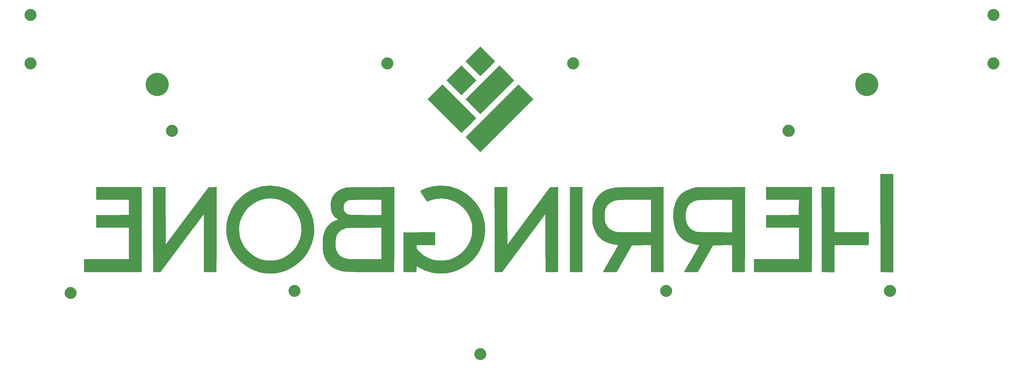
<source format=gbr>
G04 #@! TF.GenerationSoftware,KiCad,Pcbnew,(5.1.6)-1*
G04 #@! TF.CreationDate,2020-09-06T17:35:35-05:00*
G04 #@! TF.ProjectId,keyboard_bottom,6b657962-6f61-4726-945f-626f74746f6d,rev?*
G04 #@! TF.SameCoordinates,Original*
G04 #@! TF.FileFunction,Soldermask,Bot*
G04 #@! TF.FilePolarity,Negative*
%FSLAX46Y46*%
G04 Gerber Fmt 4.6, Leading zero omitted, Abs format (unit mm)*
G04 Created by KiCad (PCBNEW (5.1.6)-1) date 2020-09-06 17:35:35*
%MOMM*%
%LPD*%
G01*
G04 APERTURE LIST*
%ADD10C,0.100000*%
%ADD11C,0.010000*%
G04 APERTURE END LIST*
D10*
G36*
X195262500Y-115887500D02*
G01*
X189706250Y-121443750D01*
X177006250Y-108743750D01*
X182562500Y-103187500D01*
X195262500Y-115887500D01*
G37*
X195262500Y-115887500D02*
X189706250Y-121443750D01*
X177006250Y-108743750D01*
X182562500Y-103187500D01*
X195262500Y-115887500D01*
G36*
X216693750Y-108743750D02*
G01*
X196850000Y-128587500D01*
X191293750Y-123031250D01*
X211137500Y-103187500D01*
X216693750Y-108743750D01*
G37*
X216693750Y-108743750D02*
X196850000Y-128587500D01*
X191293750Y-123031250D01*
X211137500Y-103187500D01*
X216693750Y-108743750D01*
G36*
X209550000Y-101600000D02*
G01*
X196850000Y-114300000D01*
X191293750Y-108743750D01*
X203993750Y-96043750D01*
X209550000Y-101600000D01*
G37*
X209550000Y-101600000D02*
X196850000Y-114300000D01*
X191293750Y-108743750D01*
X203993750Y-96043750D01*
X209550000Y-101600000D01*
G36*
X195262500Y-101600000D02*
G01*
X189706250Y-107156250D01*
X184150000Y-101600000D01*
X189706250Y-96043750D01*
X195262500Y-101600000D01*
G37*
X195262500Y-101600000D02*
X189706250Y-107156250D01*
X184150000Y-101600000D01*
X189706250Y-96043750D01*
X195262500Y-101600000D01*
G36*
X202406250Y-94456250D02*
G01*
X196850000Y-100012500D01*
X191293750Y-94456250D01*
X196850000Y-88900000D01*
X202406250Y-94456250D01*
G37*
X202406250Y-94456250D02*
X196850000Y-100012500D01*
X191293750Y-94456250D01*
X196850000Y-88900000D01*
X202406250Y-94456250D01*
D11*
G36*
X52451000Y-146558000D02*
G01*
X64774769Y-146558000D01*
X64740635Y-149447250D01*
X64706500Y-152336500D01*
X58578750Y-152369469D01*
X52451000Y-152402439D01*
X52451000Y-157099000D01*
X64770000Y-157099000D01*
X64770000Y-169037000D01*
X47879000Y-169037000D01*
X47879000Y-173863000D01*
X69469000Y-173863000D01*
X69469000Y-141859000D01*
X52451000Y-141859000D01*
X52451000Y-146558000D01*
G37*
X52451000Y-146558000D02*
X64774769Y-146558000D01*
X64740635Y-149447250D01*
X64706500Y-152336500D01*
X58578750Y-152369469D01*
X52451000Y-152402439D01*
X52451000Y-157099000D01*
X64770000Y-157099000D01*
X64770000Y-169037000D01*
X47879000Y-169037000D01*
X47879000Y-173863000D01*
X69469000Y-173863000D01*
X69469000Y-141859000D01*
X52451000Y-141859000D01*
X52451000Y-146558000D01*
G36*
X96172226Y-141886719D02*
G01*
X94681451Y-141922500D01*
X86615476Y-152761067D01*
X78549500Y-163599634D01*
X78484582Y-141859000D01*
X76135301Y-141859000D01*
X73786020Y-141858999D01*
X73818260Y-157829250D01*
X73850500Y-173799500D01*
X76628727Y-173799500D01*
X84764614Y-162894090D01*
X92900500Y-151988680D01*
X92932956Y-162925840D01*
X92965411Y-173863000D01*
X95229539Y-173863000D01*
X95963490Y-173858465D01*
X96607804Y-173845877D01*
X97120181Y-173826762D01*
X97458324Y-173802643D01*
X97578334Y-173778333D01*
X97588915Y-173643137D01*
X97599115Y-173269235D01*
X97608852Y-172671920D01*
X97618046Y-171866486D01*
X97626616Y-170868226D01*
X97634481Y-169692434D01*
X97641560Y-168354403D01*
X97647772Y-166869427D01*
X97653037Y-165252799D01*
X97657273Y-163519813D01*
X97660400Y-161685762D01*
X97662336Y-159765940D01*
X97663000Y-157775641D01*
X97663000Y-141850939D01*
X96172226Y-141886719D01*
G37*
X96172226Y-141886719D02*
X94681451Y-141922500D01*
X86615476Y-152761067D01*
X78549500Y-163599634D01*
X78484582Y-141859000D01*
X76135301Y-141859000D01*
X73786020Y-141858999D01*
X73818260Y-157829250D01*
X73850500Y-173799500D01*
X76628727Y-173799500D01*
X84764614Y-162894090D01*
X92900500Y-151988680D01*
X92932956Y-162925840D01*
X92965411Y-173863000D01*
X95229539Y-173863000D01*
X95963490Y-173858465D01*
X96607804Y-173845877D01*
X97120181Y-173826762D01*
X97458324Y-173802643D01*
X97578334Y-173778333D01*
X97588915Y-173643137D01*
X97599115Y-173269235D01*
X97608852Y-172671920D01*
X97618046Y-171866486D01*
X97626616Y-170868226D01*
X97634481Y-169692434D01*
X97641560Y-168354403D01*
X97647772Y-166869427D01*
X97653037Y-165252799D01*
X97657273Y-163519813D01*
X97660400Y-161685762D01*
X97662336Y-159765940D01*
X97663000Y-157775641D01*
X97663000Y-141850939D01*
X96172226Y-141886719D01*
G36*
X155606750Y-141888737D02*
G01*
X153890849Y-141896856D01*
X152409357Y-141904600D01*
X151142685Y-141912609D01*
X150071243Y-141921519D01*
X149175444Y-141931970D01*
X148435697Y-141944598D01*
X147832414Y-141960043D01*
X147346005Y-141978941D01*
X146956883Y-142001932D01*
X146645457Y-142029652D01*
X146392138Y-142062740D01*
X146177338Y-142101834D01*
X145981468Y-142147572D01*
X145784938Y-142200592D01*
X145752572Y-142209667D01*
X144397492Y-142689473D01*
X143253484Y-143309884D01*
X142317551Y-144074793D01*
X141586696Y-144988091D01*
X141057924Y-146053669D01*
X140728238Y-147275418D01*
X140594641Y-148657230D01*
X140591206Y-148912567D01*
X140685125Y-150169009D01*
X140968193Y-151284802D01*
X141433806Y-152246404D01*
X142075362Y-153040272D01*
X142886258Y-153652864D01*
X142908710Y-153665777D01*
X143533690Y-154022718D01*
X142855095Y-154244920D01*
X141619292Y-154754965D01*
X140559726Y-155424122D01*
X139665536Y-156265011D01*
X138925864Y-157290252D01*
X138329849Y-158512466D01*
X137866634Y-159944274D01*
X137831174Y-160083500D01*
X137748273Y-160473894D01*
X137688125Y-160912220D01*
X137647875Y-161443927D01*
X137624665Y-162114464D01*
X137615638Y-162969278D01*
X137615627Y-163512500D01*
X137621143Y-164425335D01*
X137635171Y-165133135D01*
X137661631Y-165684822D01*
X137704443Y-166129320D01*
X137767529Y-166515552D01*
X137854809Y-166892441D01*
X137900014Y-167061131D01*
X138401734Y-168490525D01*
X139071626Y-169738400D01*
X139918542Y-170821057D01*
X139972685Y-170878500D01*
X140815756Y-171667116D01*
X141701188Y-172283323D01*
X142712697Y-172780735D01*
X143282810Y-172998438D01*
X143682308Y-173138224D01*
X144050398Y-173259864D01*
X144407387Y-173364752D01*
X144773585Y-173454284D01*
X145169301Y-173529854D01*
X145614844Y-173592856D01*
X146130522Y-173644687D01*
X146736644Y-173686739D01*
X147453519Y-173720409D01*
X148301457Y-173747091D01*
X149300765Y-173768179D01*
X150471753Y-173785069D01*
X151834729Y-173799155D01*
X153410003Y-173811832D01*
X155217882Y-173824495D01*
X155321000Y-173825195D01*
X156806717Y-173833939D01*
X158218029Y-173839645D01*
X159534400Y-173842393D01*
X160735292Y-173842265D01*
X161800168Y-173839340D01*
X162708492Y-173833698D01*
X163439726Y-173825421D01*
X163973334Y-173814588D01*
X164288778Y-173801280D01*
X164369750Y-173789813D01*
X164381655Y-173653162D01*
X164393129Y-173277819D01*
X164404084Y-172679091D01*
X164414428Y-171872285D01*
X164424069Y-170872709D01*
X164432918Y-169695670D01*
X164436835Y-169037000D01*
X159639000Y-169037000D01*
X153511250Y-169034794D01*
X152019462Y-169032826D01*
X150759160Y-169027675D01*
X149707843Y-169018733D01*
X148843010Y-169005391D01*
X148142160Y-168987038D01*
X147582792Y-168963065D01*
X147142406Y-168932862D01*
X146798501Y-168895820D01*
X146528575Y-168851328D01*
X146496716Y-168844748D01*
X145359964Y-168502071D01*
X144410023Y-167993157D01*
X143644300Y-167314409D01*
X143060201Y-166462227D01*
X142655132Y-165433013D01*
X142426501Y-164223168D01*
X142368878Y-163117084D01*
X142407192Y-162039355D01*
X142533595Y-161138468D01*
X142759501Y-160349113D01*
X142920564Y-159959996D01*
X143411152Y-159111587D01*
X144044444Y-158427282D01*
X144853923Y-157878130D01*
X145817755Y-157454842D01*
X146002894Y-157390385D01*
X146184283Y-157336143D01*
X146385002Y-157291072D01*
X146628131Y-157254130D01*
X146936748Y-157224272D01*
X147333934Y-157200456D01*
X147842768Y-157181640D01*
X148486330Y-157166779D01*
X149287700Y-157154830D01*
X150269958Y-157144751D01*
X151456183Y-157135499D01*
X152869454Y-157126030D01*
X153130250Y-157124348D01*
X159639000Y-157082445D01*
X159639000Y-169037000D01*
X164436835Y-169037000D01*
X164440882Y-168356476D01*
X164447870Y-166870433D01*
X164453793Y-165252850D01*
X164458558Y-163519033D01*
X164462075Y-161684290D01*
X164464253Y-159763929D01*
X164465000Y-157773257D01*
X164465000Y-152417689D01*
X159639000Y-152417689D01*
X153638250Y-152367610D01*
X152167179Y-152353843D01*
X150929938Y-152338687D01*
X149906361Y-152321434D01*
X149076281Y-152301375D01*
X148419529Y-152277802D01*
X147915938Y-152250006D01*
X147545340Y-152217280D01*
X147287567Y-152178915D01*
X147136077Y-152139231D01*
X146570545Y-151840296D01*
X146064928Y-151398054D01*
X145691434Y-150884779D01*
X145556758Y-150558500D01*
X145409027Y-149651144D01*
X145469256Y-148804036D01*
X145724765Y-148050329D01*
X146162876Y-147423176D01*
X146770909Y-146955731D01*
X146972367Y-146856892D01*
X147113131Y-146802143D01*
X147278850Y-146756223D01*
X147492624Y-146718174D01*
X147777551Y-146687038D01*
X148156729Y-146661856D01*
X148653259Y-146641670D01*
X149290237Y-146625522D01*
X150090764Y-146612453D01*
X151077937Y-146601504D01*
X152274856Y-146591718D01*
X153574750Y-146582958D01*
X159639000Y-146544417D01*
X159639000Y-152417689D01*
X164465000Y-152417689D01*
X164465000Y-141847722D01*
X155606750Y-141888737D01*
G37*
X155606750Y-141888737D02*
X153890849Y-141896856D01*
X152409357Y-141904600D01*
X151142685Y-141912609D01*
X150071243Y-141921519D01*
X149175444Y-141931970D01*
X148435697Y-141944598D01*
X147832414Y-141960043D01*
X147346005Y-141978941D01*
X146956883Y-142001932D01*
X146645457Y-142029652D01*
X146392138Y-142062740D01*
X146177338Y-142101834D01*
X145981468Y-142147572D01*
X145784938Y-142200592D01*
X145752572Y-142209667D01*
X144397492Y-142689473D01*
X143253484Y-143309884D01*
X142317551Y-144074793D01*
X141586696Y-144988091D01*
X141057924Y-146053669D01*
X140728238Y-147275418D01*
X140594641Y-148657230D01*
X140591206Y-148912567D01*
X140685125Y-150169009D01*
X140968193Y-151284802D01*
X141433806Y-152246404D01*
X142075362Y-153040272D01*
X142886258Y-153652864D01*
X142908710Y-153665777D01*
X143533690Y-154022718D01*
X142855095Y-154244920D01*
X141619292Y-154754965D01*
X140559726Y-155424122D01*
X139665536Y-156265011D01*
X138925864Y-157290252D01*
X138329849Y-158512466D01*
X137866634Y-159944274D01*
X137831174Y-160083500D01*
X137748273Y-160473894D01*
X137688125Y-160912220D01*
X137647875Y-161443927D01*
X137624665Y-162114464D01*
X137615638Y-162969278D01*
X137615627Y-163512500D01*
X137621143Y-164425335D01*
X137635171Y-165133135D01*
X137661631Y-165684822D01*
X137704443Y-166129320D01*
X137767529Y-166515552D01*
X137854809Y-166892441D01*
X137900014Y-167061131D01*
X138401734Y-168490525D01*
X139071626Y-169738400D01*
X139918542Y-170821057D01*
X139972685Y-170878500D01*
X140815756Y-171667116D01*
X141701188Y-172283323D01*
X142712697Y-172780735D01*
X143282810Y-172998438D01*
X143682308Y-173138224D01*
X144050398Y-173259864D01*
X144407387Y-173364752D01*
X144773585Y-173454284D01*
X145169301Y-173529854D01*
X145614844Y-173592856D01*
X146130522Y-173644687D01*
X146736644Y-173686739D01*
X147453519Y-173720409D01*
X148301457Y-173747091D01*
X149300765Y-173768179D01*
X150471753Y-173785069D01*
X151834729Y-173799155D01*
X153410003Y-173811832D01*
X155217882Y-173824495D01*
X155321000Y-173825195D01*
X156806717Y-173833939D01*
X158218029Y-173839645D01*
X159534400Y-173842393D01*
X160735292Y-173842265D01*
X161800168Y-173839340D01*
X162708492Y-173833698D01*
X163439726Y-173825421D01*
X163973334Y-173814588D01*
X164288778Y-173801280D01*
X164369750Y-173789813D01*
X164381655Y-173653162D01*
X164393129Y-173277819D01*
X164404084Y-172679091D01*
X164414428Y-171872285D01*
X164424069Y-170872709D01*
X164432918Y-169695670D01*
X164436835Y-169037000D01*
X159639000Y-169037000D01*
X153511250Y-169034794D01*
X152019462Y-169032826D01*
X150759160Y-169027675D01*
X149707843Y-169018733D01*
X148843010Y-169005391D01*
X148142160Y-168987038D01*
X147582792Y-168963065D01*
X147142406Y-168932862D01*
X146798501Y-168895820D01*
X146528575Y-168851328D01*
X146496716Y-168844748D01*
X145359964Y-168502071D01*
X144410023Y-167993157D01*
X143644300Y-167314409D01*
X143060201Y-166462227D01*
X142655132Y-165433013D01*
X142426501Y-164223168D01*
X142368878Y-163117084D01*
X142407192Y-162039355D01*
X142533595Y-161138468D01*
X142759501Y-160349113D01*
X142920564Y-159959996D01*
X143411152Y-159111587D01*
X144044444Y-158427282D01*
X144853923Y-157878130D01*
X145817755Y-157454842D01*
X146002894Y-157390385D01*
X146184283Y-157336143D01*
X146385002Y-157291072D01*
X146628131Y-157254130D01*
X146936748Y-157224272D01*
X147333934Y-157200456D01*
X147842768Y-157181640D01*
X148486330Y-157166779D01*
X149287700Y-157154830D01*
X150269958Y-157144751D01*
X151456183Y-157135499D01*
X152869454Y-157126030D01*
X153130250Y-157124348D01*
X159639000Y-157082445D01*
X159639000Y-169037000D01*
X164436835Y-169037000D01*
X164440882Y-168356476D01*
X164447870Y-166870433D01*
X164453793Y-165252850D01*
X164458558Y-163519033D01*
X164462075Y-161684290D01*
X164464253Y-159763929D01*
X164465000Y-157773257D01*
X164465000Y-152417689D01*
X159639000Y-152417689D01*
X153638250Y-152367610D01*
X152167179Y-152353843D01*
X150929938Y-152338687D01*
X149906361Y-152321434D01*
X149076281Y-152301375D01*
X148419529Y-152277802D01*
X147915938Y-152250006D01*
X147545340Y-152217280D01*
X147287567Y-152178915D01*
X147136077Y-152139231D01*
X146570545Y-151840296D01*
X146064928Y-151398054D01*
X145691434Y-150884779D01*
X145556758Y-150558500D01*
X145409027Y-149651144D01*
X145469256Y-148804036D01*
X145724765Y-148050329D01*
X146162876Y-147423176D01*
X146770909Y-146955731D01*
X146972367Y-146856892D01*
X147113131Y-146802143D01*
X147278850Y-146756223D01*
X147492624Y-146718174D01*
X147777551Y-146687038D01*
X148156729Y-146661856D01*
X148653259Y-146641670D01*
X149290237Y-146625522D01*
X150090764Y-146612453D01*
X151077937Y-146601504D01*
X152274856Y-146591718D01*
X153574750Y-146582958D01*
X159639000Y-146544417D01*
X159639000Y-152417689D01*
X164465000Y-152417689D01*
X164465000Y-141847722D01*
X155606750Y-141888737D01*
G36*
X202215260Y-157829250D02*
G01*
X202247500Y-173799500D01*
X205025202Y-173799500D01*
X213161351Y-162893450D01*
X221297500Y-151987401D01*
X221329956Y-162925200D01*
X221362411Y-173863000D01*
X223626539Y-173863000D01*
X224360490Y-173858465D01*
X225004804Y-173845877D01*
X225517181Y-173826762D01*
X225855324Y-173802643D01*
X225975334Y-173778333D01*
X225985916Y-173643136D01*
X225996117Y-173269235D01*
X226005855Y-172671925D01*
X226015050Y-171866501D01*
X226023621Y-170868260D01*
X226031487Y-169692496D01*
X226038566Y-168354506D01*
X226044778Y-166869583D01*
X226050042Y-165253025D01*
X226054278Y-163520127D01*
X226057403Y-161686183D01*
X226059338Y-159766489D01*
X226060000Y-157776342D01*
X226060000Y-141859000D01*
X224567750Y-141867426D01*
X223075500Y-141875853D01*
X206946500Y-163595799D01*
X206914041Y-152727399D01*
X206881582Y-141859000D01*
X204532301Y-141859000D01*
X202183020Y-141858999D01*
X202215260Y-157829250D01*
G37*
X202215260Y-157829250D02*
X202247500Y-173799500D01*
X205025202Y-173799500D01*
X213161351Y-162893450D01*
X221297500Y-151987401D01*
X221329956Y-162925200D01*
X221362411Y-173863000D01*
X223626539Y-173863000D01*
X224360490Y-173858465D01*
X225004804Y-173845877D01*
X225517181Y-173826762D01*
X225855324Y-173802643D01*
X225975334Y-173778333D01*
X225985916Y-173643136D01*
X225996117Y-173269235D01*
X226005855Y-172671925D01*
X226015050Y-171866501D01*
X226023621Y-170868260D01*
X226031487Y-169692496D01*
X226038566Y-168354506D01*
X226044778Y-166869583D01*
X226050042Y-165253025D01*
X226054278Y-163520127D01*
X226057403Y-161686183D01*
X226059338Y-159766489D01*
X226060000Y-157776342D01*
X226060000Y-141859000D01*
X224567750Y-141867426D01*
X223075500Y-141875853D01*
X206946500Y-163595799D01*
X206914041Y-152727399D01*
X206881582Y-141859000D01*
X204532301Y-141859000D01*
X202183020Y-141858999D01*
X202215260Y-157829250D01*
G36*
X230505000Y-173863000D02*
G01*
X235204000Y-173863000D01*
X235204000Y-141859000D01*
X230505000Y-141859000D01*
X230505000Y-173863000D01*
G37*
X230505000Y-173863000D02*
X235204000Y-173863000D01*
X235204000Y-141859000D01*
X230505000Y-141859000D01*
X230505000Y-173863000D01*
G36*
X257143250Y-141861515D02*
G01*
X255357485Y-141862791D01*
X253804727Y-141866116D01*
X252463986Y-141872421D01*
X251314273Y-141882638D01*
X250334595Y-141897698D01*
X249503965Y-141918532D01*
X248801391Y-141946072D01*
X248205883Y-141981250D01*
X247696451Y-142024997D01*
X247252105Y-142078244D01*
X246851855Y-142141923D01*
X246474710Y-142216966D01*
X246099680Y-142304303D01*
X245872000Y-142361695D01*
X244368342Y-142863808D01*
X243037981Y-143551495D01*
X241882872Y-144422824D01*
X240904972Y-145475864D01*
X240106236Y-146708684D01*
X239488619Y-148119352D01*
X239243774Y-148907500D01*
X239147909Y-149287779D01*
X239076466Y-149657485D01*
X239025825Y-150063548D01*
X238992368Y-150552897D01*
X238972474Y-151172463D01*
X238962523Y-151969175D01*
X238959710Y-152590500D01*
X238959887Y-153519755D01*
X238968582Y-154243875D01*
X238989413Y-154811676D01*
X239025999Y-155271975D01*
X239081956Y-155673589D01*
X239160902Y-156065334D01*
X239242045Y-156400500D01*
X239445398Y-157083034D01*
X239717763Y-157840859D01*
X240005575Y-158526798D01*
X240050901Y-158623000D01*
X240619374Y-159579388D01*
X241370451Y-160508142D01*
X242242457Y-161346760D01*
X243173716Y-162032736D01*
X243713000Y-162334228D01*
X244654829Y-162737966D01*
X245697747Y-163089764D01*
X246742202Y-163360414D01*
X247688638Y-163520708D01*
X247793411Y-163531375D01*
X248226666Y-163584225D01*
X248538973Y-163646322D01*
X248665695Y-163704644D01*
X248666000Y-163707185D01*
X248604414Y-163833535D01*
X248428232Y-164156876D01*
X248150322Y-164654499D01*
X247783553Y-165303693D01*
X247340790Y-166081746D01*
X246834902Y-166965949D01*
X246278756Y-167933591D01*
X245863725Y-168653126D01*
X245277109Y-169670011D01*
X244729027Y-170622693D01*
X244232756Y-171487909D01*
X243801571Y-172242393D01*
X243448749Y-172862880D01*
X243187564Y-173326106D01*
X243031292Y-173608805D01*
X242991611Y-173686353D01*
X242999405Y-173748175D01*
X243096782Y-173793222D01*
X243313249Y-173823229D01*
X243678310Y-173839928D01*
X244221470Y-173845054D01*
X244972234Y-173840339D01*
X245503450Y-173833926D01*
X248085128Y-173799500D01*
X253818970Y-163766500D01*
X260985000Y-163699044D01*
X260985000Y-173863000D01*
X265684000Y-173863000D01*
X265684000Y-146558000D01*
X260985000Y-146558000D01*
X260985000Y-158877000D01*
X254842835Y-158877000D01*
X253594483Y-158874574D01*
X252405320Y-158867623D01*
X251303220Y-158856634D01*
X250316061Y-158842096D01*
X249471717Y-158824497D01*
X248798065Y-158804326D01*
X248322980Y-158782069D01*
X248075813Y-158758498D01*
X246868399Y-158430011D01*
X245850739Y-157936620D01*
X245015949Y-157274203D01*
X244454587Y-156589453D01*
X244083787Y-155966825D01*
X243819392Y-155334795D01*
X243647199Y-154634359D01*
X243553005Y-153806516D01*
X243522607Y-152792265D01*
X243522500Y-152717500D01*
X243549293Y-151687746D01*
X243639080Y-150848685D01*
X243805972Y-150141760D01*
X244064082Y-149508411D01*
X244427522Y-148890081D01*
X244454587Y-148849813D01*
X245134647Y-148070060D01*
X246008826Y-147453862D01*
X247076732Y-147001428D01*
X248337972Y-146712971D01*
X248463520Y-146694703D01*
X248831614Y-146662195D01*
X249429379Y-146633197D01*
X250232503Y-146608199D01*
X251216674Y-146587695D01*
X252357581Y-146572177D01*
X253630913Y-146562136D01*
X255012358Y-146558065D01*
X255215690Y-146557999D01*
X260985000Y-146558000D01*
X265684000Y-146558000D01*
X265684000Y-141859000D01*
X257143250Y-141861515D01*
G37*
X257143250Y-141861515D02*
X255357485Y-141862791D01*
X253804727Y-141866116D01*
X252463986Y-141872421D01*
X251314273Y-141882638D01*
X250334595Y-141897698D01*
X249503965Y-141918532D01*
X248801391Y-141946072D01*
X248205883Y-141981250D01*
X247696451Y-142024997D01*
X247252105Y-142078244D01*
X246851855Y-142141923D01*
X246474710Y-142216966D01*
X246099680Y-142304303D01*
X245872000Y-142361695D01*
X244368342Y-142863808D01*
X243037981Y-143551495D01*
X241882872Y-144422824D01*
X240904972Y-145475864D01*
X240106236Y-146708684D01*
X239488619Y-148119352D01*
X239243774Y-148907500D01*
X239147909Y-149287779D01*
X239076466Y-149657485D01*
X239025825Y-150063548D01*
X238992368Y-150552897D01*
X238972474Y-151172463D01*
X238962523Y-151969175D01*
X238959710Y-152590500D01*
X238959887Y-153519755D01*
X238968582Y-154243875D01*
X238989413Y-154811676D01*
X239025999Y-155271975D01*
X239081956Y-155673589D01*
X239160902Y-156065334D01*
X239242045Y-156400500D01*
X239445398Y-157083034D01*
X239717763Y-157840859D01*
X240005575Y-158526798D01*
X240050901Y-158623000D01*
X240619374Y-159579388D01*
X241370451Y-160508142D01*
X242242457Y-161346760D01*
X243173716Y-162032736D01*
X243713000Y-162334228D01*
X244654829Y-162737966D01*
X245697747Y-163089764D01*
X246742202Y-163360414D01*
X247688638Y-163520708D01*
X247793411Y-163531375D01*
X248226666Y-163584225D01*
X248538973Y-163646322D01*
X248665695Y-163704644D01*
X248666000Y-163707185D01*
X248604414Y-163833535D01*
X248428232Y-164156876D01*
X248150322Y-164654499D01*
X247783553Y-165303693D01*
X247340790Y-166081746D01*
X246834902Y-166965949D01*
X246278756Y-167933591D01*
X245863725Y-168653126D01*
X245277109Y-169670011D01*
X244729027Y-170622693D01*
X244232756Y-171487909D01*
X243801571Y-172242393D01*
X243448749Y-172862880D01*
X243187564Y-173326106D01*
X243031292Y-173608805D01*
X242991611Y-173686353D01*
X242999405Y-173748175D01*
X243096782Y-173793222D01*
X243313249Y-173823229D01*
X243678310Y-173839928D01*
X244221470Y-173845054D01*
X244972234Y-173840339D01*
X245503450Y-173833926D01*
X248085128Y-173799500D01*
X253818970Y-163766500D01*
X260985000Y-163699044D01*
X260985000Y-173863000D01*
X265684000Y-173863000D01*
X265684000Y-146558000D01*
X260985000Y-146558000D01*
X260985000Y-158877000D01*
X254842835Y-158877000D01*
X253594483Y-158874574D01*
X252405320Y-158867623D01*
X251303220Y-158856634D01*
X250316061Y-158842096D01*
X249471717Y-158824497D01*
X248798065Y-158804326D01*
X248322980Y-158782069D01*
X248075813Y-158758498D01*
X246868399Y-158430011D01*
X245850739Y-157936620D01*
X245015949Y-157274203D01*
X244454587Y-156589453D01*
X244083787Y-155966825D01*
X243819392Y-155334795D01*
X243647199Y-154634359D01*
X243553005Y-153806516D01*
X243522607Y-152792265D01*
X243522500Y-152717500D01*
X243549293Y-151687746D01*
X243639080Y-150848685D01*
X243805972Y-150141760D01*
X244064082Y-149508411D01*
X244427522Y-148890081D01*
X244454587Y-148849813D01*
X245134647Y-148070060D01*
X246008826Y-147453862D01*
X247076732Y-147001428D01*
X248337972Y-146712971D01*
X248463520Y-146694703D01*
X248831614Y-146662195D01*
X249429379Y-146633197D01*
X250232503Y-146608199D01*
X251216674Y-146587695D01*
X252357581Y-146572177D01*
X253630913Y-146562136D01*
X255012358Y-146558065D01*
X255215690Y-146557999D01*
X260985000Y-146558000D01*
X265684000Y-146558000D01*
X265684000Y-141859000D01*
X257143250Y-141861515D01*
G36*
X287115250Y-141888334D02*
G01*
X277939500Y-141930031D01*
X276669500Y-142273082D01*
X275548915Y-142634470D01*
X274461204Y-143094536D01*
X273471740Y-143620865D01*
X272645894Y-144181042D01*
X272389175Y-144395500D01*
X271484971Y-145369322D01*
X270723824Y-146533686D01*
X270119146Y-147860713D01*
X269684350Y-149322523D01*
X269485517Y-150431500D01*
X269396235Y-151464646D01*
X269376160Y-152624289D01*
X269421069Y-153827287D01*
X269526737Y-154990494D01*
X269688942Y-156030767D01*
X269793427Y-156492426D01*
X270295876Y-157999569D01*
X270977226Y-159328408D01*
X271836035Y-160477084D01*
X272870862Y-161443734D01*
X274080268Y-162226496D01*
X274332247Y-162355547D01*
X275715555Y-162934458D01*
X277140813Y-163341567D01*
X278352250Y-163536264D01*
X278763206Y-163592707D01*
X279050028Y-163664300D01*
X279146000Y-163728614D01*
X279084431Y-163859292D01*
X278908211Y-164187128D01*
X278630069Y-164689528D01*
X278262737Y-165343900D01*
X277818945Y-166127652D01*
X277311423Y-167018191D01*
X276752902Y-167992924D01*
X276288500Y-168799801D01*
X275699545Y-169822292D01*
X275151528Y-170775951D01*
X274657139Y-171638530D01*
X274229071Y-172387782D01*
X273880013Y-173001461D01*
X273622655Y-173457320D01*
X273469689Y-173733113D01*
X273431000Y-173809052D01*
X273551659Y-173825457D01*
X273888274Y-173839854D01*
X274402804Y-173851432D01*
X275057208Y-173859384D01*
X275813447Y-173862900D01*
X275968073Y-173863000D01*
X278505145Y-173863000D01*
X278710937Y-173548921D01*
X278816318Y-173374006D01*
X279033101Y-173002905D01*
X279347129Y-172460228D01*
X279744245Y-171770585D01*
X280210294Y-170958586D01*
X280731117Y-170048840D01*
X281292558Y-169065958D01*
X281614929Y-168500671D01*
X284313128Y-163766500D01*
X291465000Y-163699044D01*
X291465000Y-173863000D01*
X293793334Y-173863000D01*
X294537943Y-173858587D01*
X295193304Y-173846326D01*
X295717763Y-173827676D01*
X296069663Y-173804100D01*
X296206334Y-173778333D01*
X296216914Y-173643138D01*
X296227113Y-173269235D01*
X296236850Y-172671918D01*
X296246044Y-171866478D01*
X296254613Y-170868208D01*
X296262478Y-169692400D01*
X296269557Y-168354348D01*
X296275769Y-166869343D01*
X296281034Y-165252678D01*
X296285271Y-163519646D01*
X296288398Y-161685538D01*
X296290335Y-159765647D01*
X296290627Y-158889790D01*
X291465000Y-158889790D01*
X284956250Y-158848801D01*
X283500881Y-158839327D01*
X282276297Y-158830107D01*
X281259288Y-158820126D01*
X280426643Y-158808366D01*
X279755150Y-158793810D01*
X279221599Y-158775441D01*
X278802778Y-158752244D01*
X278475477Y-158723200D01*
X278216484Y-158687293D01*
X278002588Y-158643507D01*
X277810578Y-158590824D01*
X277617243Y-158528228D01*
X277614075Y-158527162D01*
X276548752Y-158053744D01*
X275669425Y-157411972D01*
X274973877Y-156598653D01*
X274459892Y-155610591D01*
X274125252Y-154444594D01*
X273978676Y-153289000D01*
X273982746Y-151947829D01*
X274173299Y-150724320D01*
X274542234Y-149636519D01*
X275081453Y-148702472D01*
X275782855Y-147940225D01*
X276635617Y-147369208D01*
X276950346Y-147212102D01*
X277241284Y-147079205D01*
X277532308Y-146968311D01*
X277847297Y-146877215D01*
X278210129Y-146803710D01*
X278644680Y-146745591D01*
X279174830Y-146700653D01*
X279824454Y-146666691D01*
X280617432Y-146641497D01*
X281577641Y-146622868D01*
X282728958Y-146608598D01*
X284095262Y-146596480D01*
X285083250Y-146588914D01*
X291465000Y-146541175D01*
X291465000Y-158889790D01*
X296290627Y-158889790D01*
X296291000Y-157775267D01*
X296291000Y-141846636D01*
X287115250Y-141888334D01*
G37*
X287115250Y-141888334D02*
X277939500Y-141930031D01*
X276669500Y-142273082D01*
X275548915Y-142634470D01*
X274461204Y-143094536D01*
X273471740Y-143620865D01*
X272645894Y-144181042D01*
X272389175Y-144395500D01*
X271484971Y-145369322D01*
X270723824Y-146533686D01*
X270119146Y-147860713D01*
X269684350Y-149322523D01*
X269485517Y-150431500D01*
X269396235Y-151464646D01*
X269376160Y-152624289D01*
X269421069Y-153827287D01*
X269526737Y-154990494D01*
X269688942Y-156030767D01*
X269793427Y-156492426D01*
X270295876Y-157999569D01*
X270977226Y-159328408D01*
X271836035Y-160477084D01*
X272870862Y-161443734D01*
X274080268Y-162226496D01*
X274332247Y-162355547D01*
X275715555Y-162934458D01*
X277140813Y-163341567D01*
X278352250Y-163536264D01*
X278763206Y-163592707D01*
X279050028Y-163664300D01*
X279146000Y-163728614D01*
X279084431Y-163859292D01*
X278908211Y-164187128D01*
X278630069Y-164689528D01*
X278262737Y-165343900D01*
X277818945Y-166127652D01*
X277311423Y-167018191D01*
X276752902Y-167992924D01*
X276288500Y-168799801D01*
X275699545Y-169822292D01*
X275151528Y-170775951D01*
X274657139Y-171638530D01*
X274229071Y-172387782D01*
X273880013Y-173001461D01*
X273622655Y-173457320D01*
X273469689Y-173733113D01*
X273431000Y-173809052D01*
X273551659Y-173825457D01*
X273888274Y-173839854D01*
X274402804Y-173851432D01*
X275057208Y-173859384D01*
X275813447Y-173862900D01*
X275968073Y-173863000D01*
X278505145Y-173863000D01*
X278710937Y-173548921D01*
X278816318Y-173374006D01*
X279033101Y-173002905D01*
X279347129Y-172460228D01*
X279744245Y-171770585D01*
X280210294Y-170958586D01*
X280731117Y-170048840D01*
X281292558Y-169065958D01*
X281614929Y-168500671D01*
X284313128Y-163766500D01*
X291465000Y-163699044D01*
X291465000Y-173863000D01*
X293793334Y-173863000D01*
X294537943Y-173858587D01*
X295193304Y-173846326D01*
X295717763Y-173827676D01*
X296069663Y-173804100D01*
X296206334Y-173778333D01*
X296216914Y-173643138D01*
X296227113Y-173269235D01*
X296236850Y-172671918D01*
X296246044Y-171866478D01*
X296254613Y-170868208D01*
X296262478Y-169692400D01*
X296269557Y-168354348D01*
X296275769Y-166869343D01*
X296281034Y-165252678D01*
X296285271Y-163519646D01*
X296288398Y-161685538D01*
X296290335Y-159765647D01*
X296290627Y-158889790D01*
X291465000Y-158889790D01*
X284956250Y-158848801D01*
X283500881Y-158839327D01*
X282276297Y-158830107D01*
X281259288Y-158820126D01*
X280426643Y-158808366D01*
X279755150Y-158793810D01*
X279221599Y-158775441D01*
X278802778Y-158752244D01*
X278475477Y-158723200D01*
X278216484Y-158687293D01*
X278002588Y-158643507D01*
X277810578Y-158590824D01*
X277617243Y-158528228D01*
X277614075Y-158527162D01*
X276548752Y-158053744D01*
X275669425Y-157411972D01*
X274973877Y-156598653D01*
X274459892Y-155610591D01*
X274125252Y-154444594D01*
X273978676Y-153289000D01*
X273982746Y-151947829D01*
X274173299Y-150724320D01*
X274542234Y-149636519D01*
X275081453Y-148702472D01*
X275782855Y-147940225D01*
X276635617Y-147369208D01*
X276950346Y-147212102D01*
X277241284Y-147079205D01*
X277532308Y-146968311D01*
X277847297Y-146877215D01*
X278210129Y-146803710D01*
X278644680Y-146745591D01*
X279174830Y-146700653D01*
X279824454Y-146666691D01*
X280617432Y-146641497D01*
X281577641Y-146622868D01*
X282728958Y-146608598D01*
X284095262Y-146596480D01*
X285083250Y-146588914D01*
X291465000Y-146541175D01*
X291465000Y-158889790D01*
X296290627Y-158889790D01*
X296291000Y-157775267D01*
X296291000Y-141846636D01*
X287115250Y-141888334D01*
G36*
X304292000Y-146558000D02*
G01*
X316615769Y-146558000D01*
X316581635Y-149447250D01*
X316547500Y-152336500D01*
X310419750Y-152369469D01*
X304292000Y-152402439D01*
X304292000Y-157099000D01*
X316611000Y-157099000D01*
X316611000Y-169037000D01*
X299720000Y-169037000D01*
X299720000Y-173863000D01*
X310493834Y-173863000D01*
X312126036Y-173862024D01*
X313685040Y-173859194D01*
X315152192Y-173854656D01*
X316508838Y-173848555D01*
X317736324Y-173841035D01*
X318815996Y-173832244D01*
X319729198Y-173822325D01*
X320457278Y-173811425D01*
X320981581Y-173799690D01*
X321283453Y-173787263D01*
X321352334Y-173778333D01*
X321362916Y-173643136D01*
X321373117Y-173269235D01*
X321382855Y-172671925D01*
X321392050Y-171866501D01*
X321400621Y-170868260D01*
X321408487Y-169692496D01*
X321415566Y-168354506D01*
X321421778Y-166869583D01*
X321427042Y-165253025D01*
X321431278Y-163520127D01*
X321434403Y-161686183D01*
X321436338Y-159766489D01*
X321437000Y-157776342D01*
X321437000Y-141859000D01*
X304292000Y-141859000D01*
X304292000Y-146558000D01*
G37*
X304292000Y-146558000D02*
X316615769Y-146558000D01*
X316581635Y-149447250D01*
X316547500Y-152336500D01*
X310419750Y-152369469D01*
X304292000Y-152402439D01*
X304292000Y-157099000D01*
X316611000Y-157099000D01*
X316611000Y-169037000D01*
X299720000Y-169037000D01*
X299720000Y-173863000D01*
X310493834Y-173863000D01*
X312126036Y-173862024D01*
X313685040Y-173859194D01*
X315152192Y-173854656D01*
X316508838Y-173848555D01*
X317736324Y-173841035D01*
X318815996Y-173832244D01*
X319729198Y-173822325D01*
X320457278Y-173811425D01*
X320981581Y-173799690D01*
X321283453Y-173787263D01*
X321352334Y-173778333D01*
X321362916Y-173643136D01*
X321373117Y-173269235D01*
X321382855Y-172671925D01*
X321392050Y-171866501D01*
X321400621Y-170868260D01*
X321408487Y-169692496D01*
X321415566Y-168354506D01*
X321421778Y-166869583D01*
X321427042Y-165253025D01*
X321431278Y-163520127D01*
X321434403Y-161686183D01*
X321436338Y-159766489D01*
X321437000Y-157776342D01*
X321437000Y-141859000D01*
X304292000Y-141859000D01*
X304292000Y-146558000D01*
G36*
X325151260Y-157829250D02*
G01*
X325183500Y-173799500D01*
X329946000Y-173868604D01*
X329946000Y-163703000D01*
X342773000Y-163703000D01*
X342773000Y-158877000D01*
X329946000Y-158877000D01*
X329946000Y-141859000D01*
X327532510Y-141858999D01*
X325119020Y-141858999D01*
X325151260Y-157829250D01*
G37*
X325151260Y-157829250D02*
X325183500Y-173799500D01*
X329946000Y-173868604D01*
X329946000Y-163703000D01*
X342773000Y-163703000D01*
X342773000Y-158877000D01*
X329946000Y-158877000D01*
X329946000Y-141859000D01*
X327532510Y-141858999D01*
X325119020Y-141858999D01*
X325151260Y-157829250D01*
G36*
X347281500Y-173799500D02*
G01*
X352044000Y-173868604D01*
X352044000Y-136906000D01*
X347217148Y-136906000D01*
X347281500Y-173799500D01*
G37*
X347281500Y-173799500D02*
X352044000Y-173868604D01*
X352044000Y-136906000D01*
X347217148Y-136906000D01*
X347281500Y-173799500D01*
G36*
X116206912Y-141379966D02*
G01*
X114693440Y-141587794D01*
X113237558Y-141956117D01*
X111761240Y-142502888D01*
X110807500Y-142936449D01*
X109059495Y-143905668D01*
X107477725Y-145052194D01*
X106076061Y-146349041D01*
X104918778Y-147662525D01*
X103951259Y-149030968D01*
X103111588Y-150543598D01*
X102987009Y-150800674D01*
X102304299Y-152393420D01*
X101817174Y-153917777D01*
X101509095Y-155445071D01*
X101363526Y-157046629D01*
X101346511Y-157876114D01*
X101469658Y-159826579D01*
X101830919Y-161730547D01*
X102415984Y-163569752D01*
X103210541Y-165325931D01*
X104200279Y-166980820D01*
X105370886Y-168516155D01*
X106708052Y-169913671D01*
X108197465Y-171155106D01*
X109824814Y-172222194D01*
X111575787Y-173096671D01*
X113436074Y-173760275D01*
X113890166Y-173884318D01*
X114525205Y-174039622D01*
X115075003Y-174149794D01*
X115615053Y-174224013D01*
X116220848Y-174271454D01*
X116967881Y-174301293D01*
X117411500Y-174312338D01*
X118174496Y-174320387D01*
X118913000Y-174312637D01*
X119560582Y-174290861D01*
X120050808Y-174256830D01*
X120202941Y-174237901D01*
X122187434Y-173800794D01*
X124086110Y-173131681D01*
X125882316Y-172242955D01*
X127559394Y-171147013D01*
X129100690Y-169856251D01*
X130489549Y-168383065D01*
X131709314Y-166739849D01*
X132743330Y-164938999D01*
X132770233Y-164884838D01*
X133508539Y-163110736D01*
X134020339Y-161251799D01*
X134305808Y-159337785D01*
X134338411Y-158271769D01*
X129603136Y-158271769D01*
X129413216Y-159953291D01*
X129033531Y-161455589D01*
X128433740Y-162926190D01*
X127613357Y-164322842D01*
X126602239Y-165613899D01*
X125430246Y-166767716D01*
X124127236Y-167752647D01*
X122723068Y-168537049D01*
X122101213Y-168802634D01*
X121242623Y-169106076D01*
X120438936Y-169316460D01*
X119607350Y-169448181D01*
X118665064Y-169515631D01*
X117904035Y-169532247D01*
X117108187Y-169528665D01*
X116477893Y-169498013D01*
X115925352Y-169431276D01*
X115362760Y-169319438D01*
X115019869Y-169236104D01*
X113451074Y-168709565D01*
X111969262Y-167957684D01*
X110600152Y-167001622D01*
X109369466Y-165862537D01*
X108302923Y-164561590D01*
X107426243Y-163119940D01*
X107314818Y-162897204D01*
X106773723Y-161650437D01*
X106411568Y-160467475D01*
X106207253Y-159255596D01*
X106139678Y-157922080D01*
X106139842Y-157734000D01*
X106186746Y-156571814D01*
X106326540Y-155547209D01*
X106580452Y-154570360D01*
X106969713Y-153551440D01*
X107295444Y-152844500D01*
X108165689Y-151325361D01*
X109215138Y-149974955D01*
X110426020Y-148805143D01*
X111780565Y-147827782D01*
X113261005Y-147054732D01*
X114849569Y-146497853D01*
X116528488Y-146169005D01*
X117411500Y-146093030D01*
X119079805Y-146134422D01*
X120705421Y-146422166D01*
X122271566Y-146949942D01*
X123761460Y-147711426D01*
X125158322Y-148700298D01*
X125783665Y-149247163D01*
X126986116Y-150532559D01*
X127968747Y-151929964D01*
X128726662Y-153420982D01*
X129254963Y-154987219D01*
X129548753Y-156610280D01*
X129603136Y-158271769D01*
X134338411Y-158271769D01*
X134365122Y-157398452D01*
X134198455Y-155463556D01*
X133805984Y-153562855D01*
X133187883Y-151726106D01*
X132686145Y-150622000D01*
X131914074Y-149236001D01*
X131048369Y-147981494D01*
X130023902Y-146766853D01*
X129702375Y-146424178D01*
X128187248Y-145017500D01*
X126548548Y-143827860D01*
X124799677Y-142861039D01*
X122954038Y-142122818D01*
X121025035Y-141618978D01*
X119026070Y-141355300D01*
X117856000Y-141314679D01*
X116206912Y-141379966D01*
G37*
X116206912Y-141379966D02*
X114693440Y-141587794D01*
X113237558Y-141956117D01*
X111761240Y-142502888D01*
X110807500Y-142936449D01*
X109059495Y-143905668D01*
X107477725Y-145052194D01*
X106076061Y-146349041D01*
X104918778Y-147662525D01*
X103951259Y-149030968D01*
X103111588Y-150543598D01*
X102987009Y-150800674D01*
X102304299Y-152393420D01*
X101817174Y-153917777D01*
X101509095Y-155445071D01*
X101363526Y-157046629D01*
X101346511Y-157876114D01*
X101469658Y-159826579D01*
X101830919Y-161730547D01*
X102415984Y-163569752D01*
X103210541Y-165325931D01*
X104200279Y-166980820D01*
X105370886Y-168516155D01*
X106708052Y-169913671D01*
X108197465Y-171155106D01*
X109824814Y-172222194D01*
X111575787Y-173096671D01*
X113436074Y-173760275D01*
X113890166Y-173884318D01*
X114525205Y-174039622D01*
X115075003Y-174149794D01*
X115615053Y-174224013D01*
X116220848Y-174271454D01*
X116967881Y-174301293D01*
X117411500Y-174312338D01*
X118174496Y-174320387D01*
X118913000Y-174312637D01*
X119560582Y-174290861D01*
X120050808Y-174256830D01*
X120202941Y-174237901D01*
X122187434Y-173800794D01*
X124086110Y-173131681D01*
X125882316Y-172242955D01*
X127559394Y-171147013D01*
X129100690Y-169856251D01*
X130489549Y-168383065D01*
X131709314Y-166739849D01*
X132743330Y-164938999D01*
X132770233Y-164884838D01*
X133508539Y-163110736D01*
X134020339Y-161251799D01*
X134305808Y-159337785D01*
X134338411Y-158271769D01*
X129603136Y-158271769D01*
X129413216Y-159953291D01*
X129033531Y-161455589D01*
X128433740Y-162926190D01*
X127613357Y-164322842D01*
X126602239Y-165613899D01*
X125430246Y-166767716D01*
X124127236Y-167752647D01*
X122723068Y-168537049D01*
X122101213Y-168802634D01*
X121242623Y-169106076D01*
X120438936Y-169316460D01*
X119607350Y-169448181D01*
X118665064Y-169515631D01*
X117904035Y-169532247D01*
X117108187Y-169528665D01*
X116477893Y-169498013D01*
X115925352Y-169431276D01*
X115362760Y-169319438D01*
X115019869Y-169236104D01*
X113451074Y-168709565D01*
X111969262Y-167957684D01*
X110600152Y-167001622D01*
X109369466Y-165862537D01*
X108302923Y-164561590D01*
X107426243Y-163119940D01*
X107314818Y-162897204D01*
X106773723Y-161650437D01*
X106411568Y-160467475D01*
X106207253Y-159255596D01*
X106139678Y-157922080D01*
X106139842Y-157734000D01*
X106186746Y-156571814D01*
X106326540Y-155547209D01*
X106580452Y-154570360D01*
X106969713Y-153551440D01*
X107295444Y-152844500D01*
X108165689Y-151325361D01*
X109215138Y-149974955D01*
X110426020Y-148805143D01*
X111780565Y-147827782D01*
X113261005Y-147054732D01*
X114849569Y-146497853D01*
X116528488Y-146169005D01*
X117411500Y-146093030D01*
X119079805Y-146134422D01*
X120705421Y-146422166D01*
X122271566Y-146949942D01*
X123761460Y-147711426D01*
X125158322Y-148700298D01*
X125783665Y-149247163D01*
X126986116Y-150532559D01*
X127968747Y-151929964D01*
X128726662Y-153420982D01*
X129254963Y-154987219D01*
X129548753Y-156610280D01*
X129603136Y-158271769D01*
X134338411Y-158271769D01*
X134365122Y-157398452D01*
X134198455Y-155463556D01*
X133805984Y-153562855D01*
X133187883Y-151726106D01*
X132686145Y-150622000D01*
X131914074Y-149236001D01*
X131048369Y-147981494D01*
X130023902Y-146766853D01*
X129702375Y-146424178D01*
X128187248Y-145017500D01*
X126548548Y-143827860D01*
X124799677Y-142861039D01*
X122954038Y-142122818D01*
X121025035Y-141618978D01*
X119026070Y-141355300D01*
X117856000Y-141314679D01*
X116206912Y-141379966D01*
G36*
X181991000Y-141319036D02*
G01*
X180558037Y-141388526D01*
X179120215Y-141577297D01*
X177728544Y-141872463D01*
X176434030Y-142261141D01*
X175287681Y-142730447D01*
X174378271Y-143241962D01*
X174336241Y-143322573D01*
X174370782Y-143480810D01*
X174496151Y-143743190D01*
X174726601Y-144136231D01*
X175076387Y-144686452D01*
X175504828Y-145337683D01*
X176814615Y-147310617D01*
X177275558Y-147109169D01*
X178846574Y-146531751D01*
X180396520Y-146189943D01*
X181973298Y-146074896D01*
X182753000Y-146097577D01*
X184401086Y-146319968D01*
X185984683Y-146774132D01*
X187482592Y-147441797D01*
X188873611Y-148304692D01*
X190136538Y-149344545D01*
X191250174Y-150543085D01*
X192193315Y-151882040D01*
X192944761Y-153343139D01*
X193483312Y-154908110D01*
X193613447Y-155457253D01*
X193739390Y-156322982D01*
X193798241Y-157337436D01*
X193791234Y-158406932D01*
X193719600Y-159437782D01*
X193584573Y-160336303D01*
X193547024Y-160504658D01*
X193027815Y-162138762D01*
X192287101Y-163659722D01*
X191338271Y-165051047D01*
X190194712Y-166296245D01*
X188869813Y-167378825D01*
X187376959Y-168282296D01*
X187134500Y-168403727D01*
X186350295Y-168772220D01*
X185677783Y-169046638D01*
X185053506Y-169240398D01*
X184414004Y-169366915D01*
X183695819Y-169439603D01*
X182835491Y-169471878D01*
X182054500Y-169477633D01*
X181040990Y-169466602D01*
X180218411Y-169425035D01*
X179524322Y-169340219D01*
X178896282Y-169199441D01*
X178271848Y-168989988D01*
X177588579Y-168699148D01*
X177101500Y-168469227D01*
X175599672Y-167608628D01*
X174264437Y-166557904D01*
X173577250Y-165874429D01*
X173220084Y-165479661D01*
X173003636Y-165196910D01*
X172892755Y-164954926D01*
X172852292Y-164682461D01*
X172847000Y-164394261D01*
X172847000Y-163703000D01*
X179832000Y-163703000D01*
X179832000Y-158874488D01*
X167957500Y-158940500D01*
X167957500Y-173799500D01*
X172783500Y-173799500D01*
X172820195Y-172688250D01*
X172843685Y-172192606D01*
X172875335Y-171810861D01*
X172909761Y-171600476D01*
X172924313Y-171577000D01*
X173058970Y-171642904D01*
X173328897Y-171811302D01*
X173522618Y-171941115D01*
X174459485Y-172499146D01*
X175584975Y-173029775D01*
X176833713Y-173506623D01*
X178140324Y-173903307D01*
X178765049Y-174056636D01*
X179383144Y-174158842D01*
X180184191Y-174237150D01*
X181098922Y-174289979D01*
X182058073Y-174315748D01*
X182992378Y-174312875D01*
X183832571Y-174279778D01*
X184509386Y-174214877D01*
X184658000Y-174191182D01*
X186661302Y-173707870D01*
X188575369Y-172998448D01*
X190380182Y-172075708D01*
X192055725Y-170952439D01*
X193581979Y-169641433D01*
X194938928Y-168155480D01*
X195695650Y-167138494D01*
X196748888Y-165386299D01*
X197572155Y-163551504D01*
X198162534Y-161654100D01*
X198517107Y-159714080D01*
X198632956Y-157751436D01*
X198507163Y-155786157D01*
X198136811Y-153838236D01*
X197802278Y-152704804D01*
X197048733Y-150853317D01*
X196073893Y-149106042D01*
X194896838Y-147485109D01*
X193536645Y-146012651D01*
X192012392Y-144710800D01*
X190343158Y-143601687D01*
X189611000Y-143202527D01*
X188074165Y-142482476D01*
X186621968Y-141950443D01*
X185188231Y-141590070D01*
X183706774Y-141385000D01*
X182111416Y-141318873D01*
X181991000Y-141319036D01*
G37*
X181991000Y-141319036D02*
X180558037Y-141388526D01*
X179120215Y-141577297D01*
X177728544Y-141872463D01*
X176434030Y-142261141D01*
X175287681Y-142730447D01*
X174378271Y-143241962D01*
X174336241Y-143322573D01*
X174370782Y-143480810D01*
X174496151Y-143743190D01*
X174726601Y-144136231D01*
X175076387Y-144686452D01*
X175504828Y-145337683D01*
X176814615Y-147310617D01*
X177275558Y-147109169D01*
X178846574Y-146531751D01*
X180396520Y-146189943D01*
X181973298Y-146074896D01*
X182753000Y-146097577D01*
X184401086Y-146319968D01*
X185984683Y-146774132D01*
X187482592Y-147441797D01*
X188873611Y-148304692D01*
X190136538Y-149344545D01*
X191250174Y-150543085D01*
X192193315Y-151882040D01*
X192944761Y-153343139D01*
X193483312Y-154908110D01*
X193613447Y-155457253D01*
X193739390Y-156322982D01*
X193798241Y-157337436D01*
X193791234Y-158406932D01*
X193719600Y-159437782D01*
X193584573Y-160336303D01*
X193547024Y-160504658D01*
X193027815Y-162138762D01*
X192287101Y-163659722D01*
X191338271Y-165051047D01*
X190194712Y-166296245D01*
X188869813Y-167378825D01*
X187376959Y-168282296D01*
X187134500Y-168403727D01*
X186350295Y-168772220D01*
X185677783Y-169046638D01*
X185053506Y-169240398D01*
X184414004Y-169366915D01*
X183695819Y-169439603D01*
X182835491Y-169471878D01*
X182054500Y-169477633D01*
X181040990Y-169466602D01*
X180218411Y-169425035D01*
X179524322Y-169340219D01*
X178896282Y-169199441D01*
X178271848Y-168989988D01*
X177588579Y-168699148D01*
X177101500Y-168469227D01*
X175599672Y-167608628D01*
X174264437Y-166557904D01*
X173577250Y-165874429D01*
X173220084Y-165479661D01*
X173003636Y-165196910D01*
X172892755Y-164954926D01*
X172852292Y-164682461D01*
X172847000Y-164394261D01*
X172847000Y-163703000D01*
X179832000Y-163703000D01*
X179832000Y-158874488D01*
X167957500Y-158940500D01*
X167957500Y-173799500D01*
X172783500Y-173799500D01*
X172820195Y-172688250D01*
X172843685Y-172192606D01*
X172875335Y-171810861D01*
X172909761Y-171600476D01*
X172924313Y-171577000D01*
X173058970Y-171642904D01*
X173328897Y-171811302D01*
X173522618Y-171941115D01*
X174459485Y-172499146D01*
X175584975Y-173029775D01*
X176833713Y-173506623D01*
X178140324Y-173903307D01*
X178765049Y-174056636D01*
X179383144Y-174158842D01*
X180184191Y-174237150D01*
X181098922Y-174289979D01*
X182058073Y-174315748D01*
X182992378Y-174312875D01*
X183832571Y-174279778D01*
X184509386Y-174214877D01*
X184658000Y-174191182D01*
X186661302Y-173707870D01*
X188575369Y-172998448D01*
X190380182Y-172075708D01*
X192055725Y-170952439D01*
X193581979Y-169641433D01*
X194938928Y-168155480D01*
X195695650Y-167138494D01*
X196748888Y-165386299D01*
X197572155Y-163551504D01*
X198162534Y-161654100D01*
X198517107Y-159714080D01*
X198632956Y-157751436D01*
X198507163Y-155786157D01*
X198136811Y-153838236D01*
X197802278Y-152704804D01*
X197048733Y-150853317D01*
X196073893Y-149106042D01*
X194896838Y-147485109D01*
X193536645Y-146012651D01*
X192012392Y-144710800D01*
X190343158Y-143601687D01*
X189611000Y-143202527D01*
X188074165Y-142482476D01*
X186621968Y-141950443D01*
X185188231Y-141590070D01*
X183706774Y-141385000D01*
X182111416Y-141318873D01*
X181991000Y-141319036D01*
D10*
G36*
X197125880Y-202547276D02*
G01*
X197506593Y-202623004D01*
X197916249Y-202792689D01*
X198284929Y-203039034D01*
X198598466Y-203352571D01*
X198844811Y-203721251D01*
X199014496Y-204130907D01*
X199101000Y-204565796D01*
X199101000Y-205009204D01*
X199014496Y-205444093D01*
X198844811Y-205853749D01*
X198598466Y-206222429D01*
X198284929Y-206535966D01*
X197916249Y-206782311D01*
X197506593Y-206951996D01*
X197125880Y-207027724D01*
X197071705Y-207038500D01*
X196628295Y-207038500D01*
X196574120Y-207027724D01*
X196193407Y-206951996D01*
X195783751Y-206782311D01*
X195415071Y-206535966D01*
X195101534Y-206222429D01*
X194855189Y-205853749D01*
X194685504Y-205444093D01*
X194599000Y-205009204D01*
X194599000Y-204565796D01*
X194685504Y-204130907D01*
X194855189Y-203721251D01*
X195101534Y-203352571D01*
X195415071Y-203039034D01*
X195783751Y-202792689D01*
X196193407Y-202623004D01*
X196574120Y-202547276D01*
X196628295Y-202536500D01*
X197071705Y-202536500D01*
X197125880Y-202547276D01*
G37*
G36*
X43138380Y-179528526D02*
G01*
X43519093Y-179604254D01*
X43928749Y-179773939D01*
X44297429Y-180020284D01*
X44610966Y-180333821D01*
X44857311Y-180702501D01*
X45026996Y-181112157D01*
X45113500Y-181547046D01*
X45113500Y-181990454D01*
X45026996Y-182425343D01*
X44857311Y-182834999D01*
X44610966Y-183203679D01*
X44297429Y-183517216D01*
X43928749Y-183763561D01*
X43519093Y-183933246D01*
X43138380Y-184008974D01*
X43084205Y-184019750D01*
X42640795Y-184019750D01*
X42586620Y-184008974D01*
X42205907Y-183933246D01*
X41796251Y-183763561D01*
X41427571Y-183517216D01*
X41114034Y-183203679D01*
X40867689Y-182834999D01*
X40698004Y-182425343D01*
X40611500Y-181990454D01*
X40611500Y-181547046D01*
X40698004Y-181112157D01*
X40867689Y-180702501D01*
X41114034Y-180333821D01*
X41427571Y-180020284D01*
X41796251Y-179773939D01*
X42205907Y-179604254D01*
X42586620Y-179528526D01*
X42640795Y-179517750D01*
X43084205Y-179517750D01*
X43138380Y-179528526D01*
G37*
G36*
X266975880Y-178734776D02*
G01*
X267356593Y-178810504D01*
X267766249Y-178980189D01*
X268134929Y-179226534D01*
X268448466Y-179540071D01*
X268694811Y-179908751D01*
X268864496Y-180318407D01*
X268951000Y-180753296D01*
X268951000Y-181196704D01*
X268864496Y-181631593D01*
X268694811Y-182041249D01*
X268448466Y-182409929D01*
X268134929Y-182723466D01*
X267766249Y-182969811D01*
X267356593Y-183139496D01*
X266975880Y-183215224D01*
X266921705Y-183226000D01*
X266478295Y-183226000D01*
X266424120Y-183215224D01*
X266043407Y-183139496D01*
X265633751Y-182969811D01*
X265265071Y-182723466D01*
X264951534Y-182409929D01*
X264705189Y-182041249D01*
X264535504Y-181631593D01*
X264449000Y-181196704D01*
X264449000Y-180753296D01*
X264535504Y-180318407D01*
X264705189Y-179908751D01*
X264951534Y-179540071D01*
X265265071Y-179226534D01*
X265633751Y-178980189D01*
X266043407Y-178810504D01*
X266424120Y-178734776D01*
X266478295Y-178724000D01*
X266921705Y-178724000D01*
X266975880Y-178734776D01*
G37*
G36*
X351113380Y-178734776D02*
G01*
X351494093Y-178810504D01*
X351903749Y-178980189D01*
X352272429Y-179226534D01*
X352585966Y-179540071D01*
X352832311Y-179908751D01*
X353001996Y-180318407D01*
X353088500Y-180753296D01*
X353088500Y-181196704D01*
X353001996Y-181631593D01*
X352832311Y-182041249D01*
X352585966Y-182409929D01*
X352272429Y-182723466D01*
X351903749Y-182969811D01*
X351494093Y-183139496D01*
X351113380Y-183215224D01*
X351059205Y-183226000D01*
X350615795Y-183226000D01*
X350561620Y-183215224D01*
X350180907Y-183139496D01*
X349771251Y-182969811D01*
X349402571Y-182723466D01*
X349089034Y-182409929D01*
X348842689Y-182041249D01*
X348673004Y-181631593D01*
X348586500Y-181196704D01*
X348586500Y-180753296D01*
X348673004Y-180318407D01*
X348842689Y-179908751D01*
X349089034Y-179540071D01*
X349402571Y-179226534D01*
X349771251Y-178980189D01*
X350180907Y-178810504D01*
X350561620Y-178734776D01*
X350615795Y-178724000D01*
X351059205Y-178724000D01*
X351113380Y-178734776D01*
G37*
G36*
X127275880Y-178734776D02*
G01*
X127656593Y-178810504D01*
X128066249Y-178980189D01*
X128434929Y-179226534D01*
X128748466Y-179540071D01*
X128994811Y-179908751D01*
X129164496Y-180318407D01*
X129251000Y-180753296D01*
X129251000Y-181196704D01*
X129164496Y-181631593D01*
X128994811Y-182041249D01*
X128748466Y-182409929D01*
X128434929Y-182723466D01*
X128066249Y-182969811D01*
X127656593Y-183139496D01*
X127275880Y-183215224D01*
X127221705Y-183226000D01*
X126778295Y-183226000D01*
X126724120Y-183215224D01*
X126343407Y-183139496D01*
X125933751Y-182969811D01*
X125565071Y-182723466D01*
X125251534Y-182409929D01*
X125005189Y-182041249D01*
X124835504Y-181631593D01*
X124749000Y-181196704D01*
X124749000Y-180753296D01*
X124835504Y-180318407D01*
X125005189Y-179908751D01*
X125251534Y-179540071D01*
X125565071Y-179226534D01*
X125933751Y-178980189D01*
X126343407Y-178810504D01*
X126724120Y-178734776D01*
X126778295Y-178724000D01*
X127221705Y-178724000D01*
X127275880Y-178734776D01*
G37*
G36*
X313013380Y-118409776D02*
G01*
X313394093Y-118485504D01*
X313803749Y-118655189D01*
X314172429Y-118901534D01*
X314485966Y-119215071D01*
X314732311Y-119583751D01*
X314901996Y-119993407D01*
X314988500Y-120428296D01*
X314988500Y-120871704D01*
X314901996Y-121306593D01*
X314732311Y-121716249D01*
X314485966Y-122084929D01*
X314172429Y-122398466D01*
X313803749Y-122644811D01*
X313394093Y-122814496D01*
X313013380Y-122890224D01*
X312959205Y-122901000D01*
X312515795Y-122901000D01*
X312461620Y-122890224D01*
X312080907Y-122814496D01*
X311671251Y-122644811D01*
X311302571Y-122398466D01*
X310989034Y-122084929D01*
X310742689Y-121716249D01*
X310573004Y-121306593D01*
X310486500Y-120871704D01*
X310486500Y-120428296D01*
X310573004Y-119993407D01*
X310742689Y-119583751D01*
X310989034Y-119215071D01*
X311302571Y-118901534D01*
X311671251Y-118655189D01*
X312080907Y-118485504D01*
X312461620Y-118409776D01*
X312515795Y-118399000D01*
X312959205Y-118399000D01*
X313013380Y-118409776D01*
G37*
G36*
X81238380Y-118409776D02*
G01*
X81619093Y-118485504D01*
X82028749Y-118655189D01*
X82397429Y-118901534D01*
X82710966Y-119215071D01*
X82957311Y-119583751D01*
X83126996Y-119993407D01*
X83213500Y-120428296D01*
X83213500Y-120871704D01*
X83126996Y-121306593D01*
X82957311Y-121716249D01*
X82710966Y-122084929D01*
X82397429Y-122398466D01*
X82028749Y-122644811D01*
X81619093Y-122814496D01*
X81238380Y-122890224D01*
X81184205Y-122901000D01*
X80740795Y-122901000D01*
X80686620Y-122890224D01*
X80305907Y-122814496D01*
X79896251Y-122644811D01*
X79527571Y-122398466D01*
X79214034Y-122084929D01*
X78967689Y-121716249D01*
X78798004Y-121306593D01*
X78711500Y-120871704D01*
X78711500Y-120428296D01*
X78798004Y-119993407D01*
X78967689Y-119583751D01*
X79214034Y-119215071D01*
X79527571Y-118901534D01*
X79896251Y-118655189D01*
X80305907Y-118485504D01*
X80686620Y-118409776D01*
X80740795Y-118399000D01*
X81184205Y-118399000D01*
X81238380Y-118409776D01*
G37*
G36*
X75954406Y-98860294D02*
G01*
X76675390Y-99003706D01*
X77467222Y-99331693D01*
X78179851Y-99807857D01*
X78785893Y-100413899D01*
X79262057Y-101126528D01*
X79590044Y-101918360D01*
X79757250Y-102758964D01*
X79757250Y-103616036D01*
X79590044Y-104456640D01*
X79262057Y-105248472D01*
X78785893Y-105961101D01*
X78179851Y-106567143D01*
X77467222Y-107043307D01*
X76675390Y-107371294D01*
X75954406Y-107514706D01*
X75834787Y-107538500D01*
X74977713Y-107538500D01*
X74858094Y-107514706D01*
X74137110Y-107371294D01*
X73345278Y-107043307D01*
X72632649Y-106567143D01*
X72026607Y-105961101D01*
X71550443Y-105248472D01*
X71222456Y-104456640D01*
X71055250Y-103616036D01*
X71055250Y-102758964D01*
X71222456Y-101918360D01*
X71550443Y-101126528D01*
X72026607Y-100413899D01*
X72632649Y-99807857D01*
X73345278Y-99331693D01*
X74137110Y-99003706D01*
X74858094Y-98860294D01*
X74977713Y-98836500D01*
X75834787Y-98836500D01*
X75954406Y-98860294D01*
G37*
G36*
X342654406Y-98860294D02*
G01*
X343375390Y-99003706D01*
X344167222Y-99331693D01*
X344879851Y-99807857D01*
X345485893Y-100413899D01*
X345962057Y-101126528D01*
X346290044Y-101918360D01*
X346457250Y-102758964D01*
X346457250Y-103616036D01*
X346290044Y-104456640D01*
X345962057Y-105248472D01*
X345485893Y-105961101D01*
X344879851Y-106567143D01*
X344167222Y-107043307D01*
X343375390Y-107371294D01*
X342654406Y-107514706D01*
X342534787Y-107538500D01*
X341677713Y-107538500D01*
X341558094Y-107514706D01*
X340837110Y-107371294D01*
X340045278Y-107043307D01*
X339332649Y-106567143D01*
X338726607Y-105961101D01*
X338250443Y-105248472D01*
X337922456Y-104456640D01*
X337755250Y-103616036D01*
X337755250Y-102758964D01*
X337922456Y-101918360D01*
X338250443Y-101126528D01*
X338726607Y-100413899D01*
X339332649Y-99807857D01*
X340045278Y-99331693D01*
X340837110Y-99003706D01*
X341558094Y-98860294D01*
X341677713Y-98836500D01*
X342534787Y-98836500D01*
X342654406Y-98860294D01*
G37*
G36*
X28057130Y-93009776D02*
G01*
X28437843Y-93085504D01*
X28847499Y-93255189D01*
X29216179Y-93501534D01*
X29529716Y-93815071D01*
X29776061Y-94183751D01*
X29945746Y-94593407D01*
X30032250Y-95028296D01*
X30032250Y-95471704D01*
X29945746Y-95906593D01*
X29776061Y-96316249D01*
X29529716Y-96684929D01*
X29216179Y-96998466D01*
X28847499Y-97244811D01*
X28437843Y-97414496D01*
X28057130Y-97490224D01*
X28002955Y-97501000D01*
X27559545Y-97501000D01*
X27505370Y-97490224D01*
X27124657Y-97414496D01*
X26715001Y-97244811D01*
X26346321Y-96998466D01*
X26032784Y-96684929D01*
X25786439Y-96316249D01*
X25616754Y-95906593D01*
X25530250Y-95471704D01*
X25530250Y-95028296D01*
X25616754Y-94593407D01*
X25786439Y-94183751D01*
X26032784Y-93815071D01*
X26346321Y-93501534D01*
X26715001Y-93255189D01*
X27124657Y-93085504D01*
X27505370Y-93009776D01*
X27559545Y-92999000D01*
X28002955Y-92999000D01*
X28057130Y-93009776D01*
G37*
G36*
X162200880Y-93009776D02*
G01*
X162581593Y-93085504D01*
X162991249Y-93255189D01*
X163359929Y-93501534D01*
X163673466Y-93815071D01*
X163919811Y-94183751D01*
X164089496Y-94593407D01*
X164176000Y-95028296D01*
X164176000Y-95471704D01*
X164089496Y-95906593D01*
X163919811Y-96316249D01*
X163673466Y-96684929D01*
X163359929Y-96998466D01*
X162991249Y-97244811D01*
X162581593Y-97414496D01*
X162200880Y-97490224D01*
X162146705Y-97501000D01*
X161703295Y-97501000D01*
X161649120Y-97490224D01*
X161268407Y-97414496D01*
X160858751Y-97244811D01*
X160490071Y-96998466D01*
X160176534Y-96684929D01*
X159930189Y-96316249D01*
X159760504Y-95906593D01*
X159674000Y-95471704D01*
X159674000Y-95028296D01*
X159760504Y-94593407D01*
X159930189Y-94183751D01*
X160176534Y-93815071D01*
X160490071Y-93501534D01*
X160858751Y-93255189D01*
X161268407Y-93085504D01*
X161649120Y-93009776D01*
X161703295Y-92999000D01*
X162146705Y-92999000D01*
X162200880Y-93009776D01*
G37*
G36*
X232050880Y-93009776D02*
G01*
X232431593Y-93085504D01*
X232841249Y-93255189D01*
X233209929Y-93501534D01*
X233523466Y-93815071D01*
X233769811Y-94183751D01*
X233939496Y-94593407D01*
X234026000Y-95028296D01*
X234026000Y-95471704D01*
X233939496Y-95906593D01*
X233769811Y-96316249D01*
X233523466Y-96684929D01*
X233209929Y-96998466D01*
X232841249Y-97244811D01*
X232431593Y-97414496D01*
X232050880Y-97490224D01*
X231996705Y-97501000D01*
X231553295Y-97501000D01*
X231499120Y-97490224D01*
X231118407Y-97414496D01*
X230708751Y-97244811D01*
X230340071Y-96998466D01*
X230026534Y-96684929D01*
X229780189Y-96316249D01*
X229610504Y-95906593D01*
X229524000Y-95471704D01*
X229524000Y-95028296D01*
X229610504Y-94593407D01*
X229780189Y-94183751D01*
X230026534Y-93815071D01*
X230340071Y-93501534D01*
X230708751Y-93255189D01*
X231118407Y-93085504D01*
X231499120Y-93009776D01*
X231553295Y-92999000D01*
X231996705Y-92999000D01*
X232050880Y-93009776D01*
G37*
G36*
X390007130Y-93009776D02*
G01*
X390387843Y-93085504D01*
X390797499Y-93255189D01*
X391166179Y-93501534D01*
X391479716Y-93815071D01*
X391726061Y-94183751D01*
X391895746Y-94593407D01*
X391982250Y-95028296D01*
X391982250Y-95471704D01*
X391895746Y-95906593D01*
X391726061Y-96316249D01*
X391479716Y-96684929D01*
X391166179Y-96998466D01*
X390797499Y-97244811D01*
X390387843Y-97414496D01*
X390007130Y-97490224D01*
X389952955Y-97501000D01*
X389509545Y-97501000D01*
X389455370Y-97490224D01*
X389074657Y-97414496D01*
X388665001Y-97244811D01*
X388296321Y-96998466D01*
X387982784Y-96684929D01*
X387736439Y-96316249D01*
X387566754Y-95906593D01*
X387480250Y-95471704D01*
X387480250Y-95028296D01*
X387566754Y-94593407D01*
X387736439Y-94183751D01*
X387982784Y-93815071D01*
X388296321Y-93501534D01*
X388665001Y-93255189D01*
X389074657Y-93085504D01*
X389455370Y-93009776D01*
X389509545Y-92999000D01*
X389952955Y-92999000D01*
X390007130Y-93009776D01*
G37*
G36*
X390007130Y-74753526D02*
G01*
X390387843Y-74829254D01*
X390797499Y-74998939D01*
X391166179Y-75245284D01*
X391479716Y-75558821D01*
X391726061Y-75927501D01*
X391895746Y-76337157D01*
X391982250Y-76772046D01*
X391982250Y-77215454D01*
X391895746Y-77650343D01*
X391726061Y-78059999D01*
X391479716Y-78428679D01*
X391166179Y-78742216D01*
X390797499Y-78988561D01*
X390387843Y-79158246D01*
X390007130Y-79233974D01*
X389952955Y-79244750D01*
X389509545Y-79244750D01*
X389455370Y-79233974D01*
X389074657Y-79158246D01*
X388665001Y-78988561D01*
X388296321Y-78742216D01*
X387982784Y-78428679D01*
X387736439Y-78059999D01*
X387566754Y-77650343D01*
X387480250Y-77215454D01*
X387480250Y-76772046D01*
X387566754Y-76337157D01*
X387736439Y-75927501D01*
X387982784Y-75558821D01*
X388296321Y-75245284D01*
X388665001Y-74998939D01*
X389074657Y-74829254D01*
X389455370Y-74753526D01*
X389509545Y-74742750D01*
X389952955Y-74742750D01*
X390007130Y-74753526D01*
G37*
G36*
X28057130Y-74753526D02*
G01*
X28437843Y-74829254D01*
X28847499Y-74998939D01*
X29216179Y-75245284D01*
X29529716Y-75558821D01*
X29776061Y-75927501D01*
X29945746Y-76337157D01*
X30032250Y-76772046D01*
X30032250Y-77215454D01*
X29945746Y-77650343D01*
X29776061Y-78059999D01*
X29529716Y-78428679D01*
X29216179Y-78742216D01*
X28847499Y-78988561D01*
X28437843Y-79158246D01*
X28057130Y-79233974D01*
X28002955Y-79244750D01*
X27559545Y-79244750D01*
X27505370Y-79233974D01*
X27124657Y-79158246D01*
X26715001Y-78988561D01*
X26346321Y-78742216D01*
X26032784Y-78428679D01*
X25786439Y-78059999D01*
X25616754Y-77650343D01*
X25530250Y-77215454D01*
X25530250Y-76772046D01*
X25616754Y-76337157D01*
X25786439Y-75927501D01*
X26032784Y-75558821D01*
X26346321Y-75245284D01*
X26715001Y-74998939D01*
X27124657Y-74829254D01*
X27505370Y-74753526D01*
X27559545Y-74742750D01*
X28002955Y-74742750D01*
X28057130Y-74753526D01*
G37*
M02*

</source>
